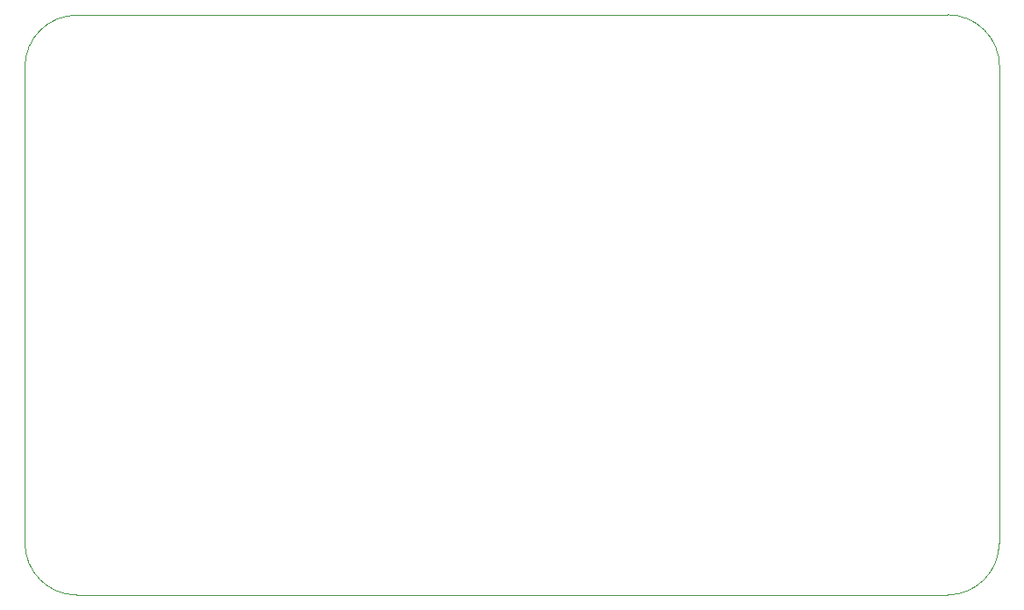
<source format=gbr>
%TF.GenerationSoftware,KiCad,Pcbnew,(6.0.11)*%
%TF.CreationDate,2023-02-12T12:57:39-06:00*%
%TF.ProjectId,DisplayMin,44697370-6c61-4794-9d69-6e2e6b696361,rev?*%
%TF.SameCoordinates,Original*%
%TF.FileFunction,Profile,NP*%
%FSLAX46Y46*%
G04 Gerber Fmt 4.6, Leading zero omitted, Abs format (unit mm)*
G04 Created by KiCad (PCBNEW (6.0.11)) date 2023-02-12 12:57:39*
%MOMM*%
%LPD*%
G01*
G04 APERTURE LIST*
%TA.AperFunction,Profile*%
%ADD10C,0.100000*%
%TD*%
G04 APERTURE END LIST*
D10*
X183464466Y-121464466D02*
G75*
G03*
X188464466Y-116464466I0J5000000D01*
G01*
X94535534Y-116464466D02*
G75*
G03*
X99535534Y-121464466I5000000J0D01*
G01*
X99535534Y-65535534D02*
G75*
G03*
X94535534Y-70535534I0J-5000000D01*
G01*
X188500000Y-70500000D02*
G75*
G03*
X183500000Y-65500000I-5000000J0D01*
G01*
X94535534Y-116464466D02*
X94535534Y-70535534D01*
X183464466Y-121464466D02*
X99535534Y-121464466D01*
X188500000Y-70500000D02*
X188464466Y-116464466D01*
X99535534Y-65535534D02*
X183500000Y-65500000D01*
M02*

</source>
